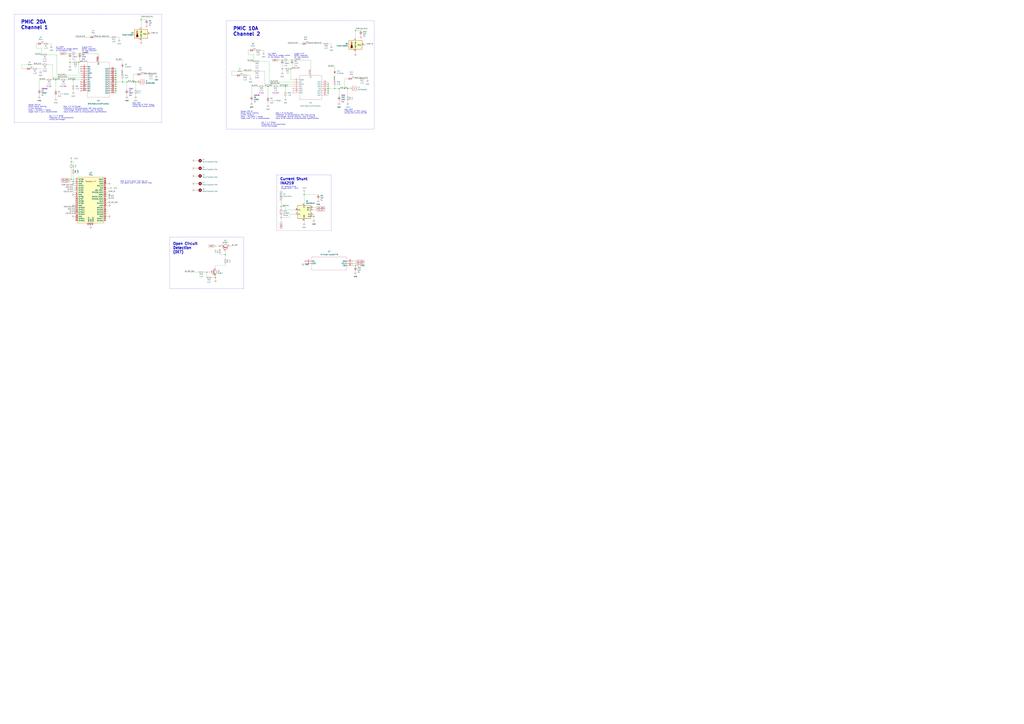
<source format=kicad_sch>
(kicad_sch (version 20211123) (generator eeschema)
  (paper "A0")
  (junction (at 255.27 285.75))
  (junction (at 92.71 62.23))
  (junction (at 163.83 22.86))
  (junction (at 142.24 95.25))
  (junction (at 91.44 72.39))
  (junction (at 81.28 62.23))
  (junction (at 134.62 102.87))
  (junction (at 327.66 69.85))
  (junction (at 134.62 97.79))
  (junction (at 48.26 63.5))
  (junction (at 381 107.95))
  (junction (at 388.62 102.87))
  (junction (at 81.28 72.39))
  (junction (at 412.75 35.56))
  (junction (at 250.19 322.58))
  (junction (at 85.09 210.82))
  (junction (at 311.15 100.33))
  (junction (at 82.55 187.96))
  (junction (at 326.39 240.03))
  (junction (at 157.48 95.25))
  (junction (at 154.94 95.25))
  (junction (at 134.62 90.17))
  (junction (at 134.62 92.71))
  (junction (at 64.77 92.71))
  (junction (at 364.49 251.46))
  (junction (at 381 102.87))
  (junction (at 134.62 95.25))
  (junction (at 85.09 92.71))
  (junction (at 400.05 102.87))
  (junction (at 381 97.79))
  (junction (at 393.7 102.87))
  (junction (at 134.62 85.09))
  (junction (at 134.62 100.33))
  (junction (at 339.09 69.85))
  (junction (at 337.82 80.01))
  (junction (at 381 100.33))
  (junction (at 134.62 82.55))
  (junction (at 147.32 95.25))
  (junction (at 403.86 102.87))
  (junction (at 82.55 208.28))
  (junction (at 331.47 100.33))
  (junction (at 261.62 295.91))
  (junction (at 412.75 308.61))
  (junction (at 381 105.41))
  (junction (at 353.06 226.06))
  (junction (at 134.62 87.63))
  (junction (at 240.03 316.23))
  (junction (at 134.62 105.41))
  (junction (at 326.39 252.73))
  (junction (at 327.66 80.01))
  (junction (at 294.64 71.12))
  (wire (pts (xy 93.98 85.09) (xy 91.44 85.09)))
  (wire (pts (xy 250.19 322.58) (xy 250.19 325.12)))
  (wire (pts (xy 123.19 243.84) (xy 125.73 243.84)))
  (wire (pts (xy 426.72 92.71) (xy 426.72 91.44)))
  (wire (pts (xy 261.62 295.91) (xy 261.62 300.99)))
  (wire (pts (xy 66.04 63.5) (xy 66.04 87.63)))
  (wire (pts (xy 82.55 195.58) (xy 82.55 208.28)))
  (wire (pts (xy 292.1 100.33) (xy 300.99 100.33)))
  (wire (pts (xy 419.1 41.91) (xy 419.1 40.64)))
  (wire (pts (xy 82.55 208.28) (xy 87.63 208.28)))
  (wire (pts (xy 86.36 238.76) (xy 87.63 238.76)))
  (wire (pts (xy 82.55 185.42) (xy 82.55 187.96)))
  (wire (pts (xy 300.99 71.12) (xy 312.42 71.12)))
  (wire (pts (xy 226.06 195.58) (xy 228.6 195.58)))
  (wire (pts (xy 86.36 226.06) (xy 87.63 226.06)))
  (wire (pts (xy 110.49 43.18) (xy 129.54 43.18)))
  (wire (pts (xy 60.96 74.93) (xy 54.61 74.93)))
  (wire (pts (xy 388.62 86.36) (xy 388.62 93.98)))
  (wire (pts (xy 134.62 80.01) (xy 134.62 82.55)))
  (wire (pts (xy 323.85 69.85) (xy 327.66 69.85)))
  (wire (pts (xy 363.22 248.92) (xy 364.49 248.92)))
  (wire (pts (xy 312.42 95.25) (xy 340.36 95.25)))
  (wire (pts (xy 381 77.47) (xy 388.62 77.47)))
  (wire (pts (xy 240.03 316.23) (xy 240.03 322.58)))
  (wire (pts (xy 388.62 99.06) (xy 388.62 102.87)))
  (wire (pts (xy 307.34 82.55) (xy 300.99 82.55)))
  (polyline (pts (xy 283.21 275.59) (xy 196.85 275.59)))
  (wire (pts (xy 163.83 20.32) (xy 163.83 22.86)))
  (wire (pts (xy 48.26 63.5) (xy 49.53 63.5)))
  (wire (pts (xy 290.83 90.17) (xy 290.83 87.63)))
  (wire (pts (xy 134.62 82.55) (xy 134.62 85.09)))
  (wire (pts (xy 41.91 50.8) (xy 41.91 55.88)))
  (wire (pts (xy 85.09 196.85) (xy 85.09 187.96)))
  (wire (pts (xy 292.1 111.76) (xy 292.1 100.33)))
  (wire (pts (xy 134.62 95.25) (xy 134.62 97.79)))
  (wire (pts (xy 311.15 119.38) (xy 311.15 121.92)))
  (wire (pts (xy 123.19 228.6) (xy 125.73 228.6)))
  (wire (pts (xy 45.72 92.71) (xy 54.61 92.71)))
  (wire (pts (xy 306.07 60.96) (xy 306.07 58.42)))
  (wire (pts (xy 256.54 285.75) (xy 255.27 285.75)))
  (wire (pts (xy 288.29 58.42) (xy 288.29 63.5)))
  (wire (pts (xy 64.77 92.71) (xy 71.12 92.71)))
  (polyline (pts (xy 434.34 149.86) (xy 434.34 24.13)))
  (wire (pts (xy 60.96 90.17) (xy 60.96 74.93)))
  (wire (pts (xy 393.7 116.84) (xy 393.7 119.38)))
  (wire (pts (xy 154.94 95.25) (xy 157.48 95.25)))
  (wire (pts (xy 287.02 71.12) (xy 294.64 71.12)))
  (wire (pts (xy 163.83 46.99) (xy 163.83 48.26)))
  (polyline (pts (xy 187.96 142.24) (xy 187.96 16.51)))
  (wire (pts (xy 403.86 102.87) (xy 403.86 111.76)))
  (wire (pts (xy 331.47 243.84) (xy 331.47 240.03)))
  (wire (pts (xy 292.1 116.84) (xy 292.1 119.38)))
  (wire (pts (xy 54.61 63.5) (xy 66.04 63.5)))
  (wire (pts (xy 327.66 69.85) (xy 339.09 69.85)))
  (wire (pts (xy 86.36 213.36) (xy 87.63 213.36)))
  (wire (pts (xy 295.91 58.42) (xy 297.18 58.42)))
  (polyline (pts (xy 384.81 267.97) (xy 384.81 203.2)))
  (wire (pts (xy 45.72 109.22) (xy 45.72 111.76)))
  (wire (pts (xy 240.03 316.23) (xy 242.57 316.23)))
  (wire (pts (xy 422.91 52.07) (xy 425.45 52.07)))
  (wire (pts (xy 181.61 86.36) (xy 177.8 86.36)))
  (polyline (pts (xy 321.31 203.2) (xy 321.31 267.97)))
  (wire (pts (xy 336.55 80.01) (xy 337.82 80.01)))
  (wire (pts (xy 123.19 231.14) (xy 125.73 231.14)))
  (wire (pts (xy 353.06 226.06) (xy 369.57 226.06)))
  (wire (pts (xy 36.83 80.01) (xy 38.1 80.01)))
  (wire (pts (xy 45.72 104.14) (xy 45.72 92.71)))
  (wire (pts (xy 86.36 251.46) (xy 87.63 251.46)))
  (wire (pts (xy 261.62 306.07) (xy 261.62 308.61)))
  (polyline (pts (xy 321.31 267.97) (xy 384.81 267.97)))
  (wire (pts (xy 294.64 71.12) (xy 295.91 71.12)))
  (wire (pts (xy 157.48 95.25) (xy 158.75 95.25)))
  (wire (pts (xy 410.21 303.53) (xy 412.75 303.53)))
  (polyline (pts (xy 187.96 16.51) (xy 16.51 16.51)))
  (wire (pts (xy 134.62 43.18) (xy 138.43 43.18)))
  (wire (pts (xy 142.24 69.85) (xy 142.24 73.66)))
  (wire (pts (xy 92.71 67.31) (xy 92.71 72.39)))
  (wire (pts (xy 236.22 316.23) (xy 240.03 316.23)))
  (wire (pts (xy 381 100.33) (xy 381 102.87)))
  (wire (pts (xy 93.98 90.17) (xy 60.96 90.17)))
  (wire (pts (xy 266.7 285.75) (xy 269.24 285.75)))
  (wire (pts (xy 157.48 95.25) (xy 157.48 104.14)))
  (wire (pts (xy 81.28 62.23) (xy 92.71 62.23)))
  (wire (pts (xy 46.99 82.55) (xy 46.99 80.01)))
  (wire (pts (xy 123.19 236.22) (xy 125.73 236.22)))
  (wire (pts (xy 353.06 256.54) (xy 353.06 259.08)))
  (wire (pts (xy 337.82 80.01) (xy 337.82 92.71)))
  (wire (pts (xy 327.66 80.01) (xy 327.66 83.82)))
  (wire (pts (xy 288.29 63.5) (xy 294.64 63.5)))
  (wire (pts (xy 59.69 92.71) (xy 64.77 92.71)))
  (wire (pts (xy 364.49 248.92) (xy 364.49 251.46)))
  (wire (pts (xy 381 95.25) (xy 381 97.79)))
  (wire (pts (xy 363.22 251.46) (xy 364.49 251.46)))
  (wire (pts (xy 255.27 295.91) (xy 261.62 295.91)))
  (wire (pts (xy 381 50.8) (xy 384.81 50.8)))
  (wire (pts (xy 381 97.79) (xy 381 100.33)))
  (wire (pts (xy 138.43 45.72) (xy 138.43 43.18)))
  (wire (pts (xy 400.05 91.44) (xy 400.05 102.87)))
  (wire (pts (xy 85.09 92.71) (xy 85.09 99.06)))
  (wire (pts (xy 92.71 62.23) (xy 114.3 62.23)))
  (wire (pts (xy 363.22 241.3) (xy 367.03 241.3)))
  (polyline (pts (xy 16.51 142.24) (xy 187.96 142.24)))
  (wire (pts (xy 64.77 92.71) (xy 64.77 104.14)))
  (wire (pts (xy 410.21 306.07) (xy 412.75 306.07)))
  (wire (pts (xy 353.06 223.52) (xy 353.06 226.06)))
  (wire (pts (xy 142.24 95.25) (xy 134.62 95.25)))
  (wire (pts (xy 90.17 72.39) (xy 91.44 72.39)))
  (wire (pts (xy 76.2 92.71) (xy 85.09 92.71)))
  (wire (pts (xy 134.62 90.17) (xy 134.62 92.71)))
  (wire (pts (xy 322.58 100.33) (xy 331.47 100.33)))
  (wire (pts (xy 400.05 102.87) (xy 403.86 102.87)))
  (wire (pts (xy 85.09 228.6) (xy 87.63 228.6)))
  (wire (pts (xy 123.19 213.36) (xy 125.73 213.36)))
  (wire (pts (xy 337.82 80.01) (xy 339.09 80.01)))
  (wire (pts (xy 59.69 50.8) (xy 55.88 50.8)))
  (wire (pts (xy 280.67 87.63) (xy 281.94 87.63)))
  (wire (pts (xy 245.11 322.58) (xy 250.19 322.58)))
  (polyline (pts (xy 262.89 149.86) (xy 434.34 149.86)))
  (wire (pts (xy 170.18 29.21) (xy 170.18 27.94)))
  (wire (pts (xy 342.9 243.84) (xy 331.47 243.84)))
  (polyline (pts (xy 196.85 275.59) (xy 196.85 335.28)))
  (wire (pts (xy 87.63 43.18) (xy 102.87 43.18)))
  (wire (pts (xy 351.79 306.07) (xy 354.33 306.07)))
  (wire (pts (xy 388.62 102.87) (xy 381 102.87)))
  (wire (pts (xy 85.09 201.93) (xy 85.09 210.82)))
  (wire (pts (xy 326.39 250.19) (xy 326.39 252.73)))
  (wire (pts (xy 250.19 311.15) (xy 250.19 308.61)))
  (wire (pts (xy 85.09 218.44) (xy 87.63 218.44)))
  (wire (pts (xy 85.09 220.98) (xy 87.63 220.98)))
  (wire (pts (xy 381 105.41) (xy 381 107.95)))
  (wire (pts (xy 81.28 72.39) (xy 81.28 76.2)))
  (wire (pts (xy 81.28 72.39) (xy 85.09 72.39)))
  (wire (pts (xy 369.57 231.14) (xy 369.57 232.41)))
  (wire (pts (xy 81.28 67.31) (xy 81.28 72.39)))
  (wire (pts (xy 134.62 85.09) (xy 134.62 87.63)))
  (wire (pts (xy 29.21 80.01) (xy 25.4 80.01)))
  (wire (pts (xy 269.24 82.55) (xy 295.91 82.55)))
  (wire (pts (xy 157.48 109.22) (xy 157.48 111.76)))
  (wire (pts (xy 123.19 248.92) (xy 125.73 248.92)))
  (wire (pts (xy 134.62 105.41) (xy 134.62 107.95)))
  (wire (pts (xy 273.05 87.63) (xy 269.24 87.63)))
  (wire (pts (xy 134.62 87.63) (xy 134.62 90.17)))
  (wire (pts (xy 134.62 97.79) (xy 134.62 100.33)))
  (wire (pts (xy 381 102.87) (xy 381 105.41)))
  (wire (pts (xy 123.19 226.06) (xy 125.73 226.06)))
  (wire (pts (xy 85.09 210.82) (xy 87.63 210.82)))
  (wire (pts (xy 403.86 116.84) (xy 403.86 119.38)))
  (wire (pts (xy 340.36 97.79) (xy 307.34 97.79)))
  (wire (pts (xy 393.7 102.87) (xy 400.05 102.87)))
  (wire (pts (xy 250.19 321.31) (xy 250.19 322.58)))
  (wire (pts (xy 269.24 87.63) (xy 269.24 82.55)))
  (wire (pts (xy 91.44 72.39) (xy 91.44 85.09)))
  (wire (pts (xy 410.21 308.61) (xy 412.75 308.61)))
  (wire (pts (xy 363.22 243.84) (xy 367.03 243.84)))
  (wire (pts (xy 81.28 208.28) (xy 82.55 208.28)))
  (wire (pts (xy 142.24 78.74) (xy 142.24 86.36)))
  (wire (pts (xy 402.59 91.44) (xy 400.05 91.44)))
  (wire (pts (xy 134.62 92.71) (xy 134.62 95.25)))
  (wire (pts (xy 331.47 100.33) (xy 331.47 106.68)))
  (wire (pts (xy 381 107.95) (xy 381 110.49)))
  (wire (pts (xy 41.91 55.88) (xy 48.26 55.88)))
  (wire (pts (xy 388.62 77.47) (xy 388.62 81.28)))
  (wire (pts (xy 294.64 63.5) (xy 294.64 71.12)))
  (wire (pts (xy 331.47 111.76) (xy 331.47 114.3)))
  (wire (pts (xy 25.4 74.93) (xy 49.53 74.93)))
  (wire (pts (xy 93.98 92.71) (xy 85.09 92.71)))
  (wire (pts (xy 311.15 100.33) (xy 317.5 100.33)))
  (wire (pts (xy 312.42 71.12) (xy 312.42 95.25)))
  (wire (pts (xy 326.39 233.68) (xy 326.39 240.03)))
  (polyline (pts (xy 283.21 335.28) (xy 283.21 275.59)))
  (wire (pts (xy 412.75 59.69) (xy 412.75 62.23)))
  (wire (pts (xy 342.9 248.92) (xy 336.55 248.92)))
  (wire (pts (xy 226.06 186.69) (xy 228.6 186.69)))
  (wire (pts (xy 226.06 220.98) (xy 228.6 220.98)))
  (wire (pts (xy 360.68 69.85) (xy 360.68 80.01)))
  (wire (pts (xy 290.83 87.63) (xy 287.02 87.63)))
  (wire (pts (xy 353.06 226.06) (xy 353.06 236.22)))
  (wire (pts (xy 85.09 187.96) (xy 82.55 187.96)))
  (wire (pts (xy 340.36 92.71) (xy 337.82 92.71)))
  (wire (pts (xy 306.07 58.42) (xy 302.26 58.42)))
  (wire (pts (xy 82.55 187.96) (xy 82.55 190.5)))
  (wire (pts (xy 165.1 86.36) (xy 172.72 86.36)))
  (wire (pts (xy 226.06 213.36) (xy 228.6 213.36)))
  (wire (pts (xy 412.75 34.29) (xy 412.75 35.56)))
  (wire (pts (xy 173.99 39.37) (xy 175.26 39.37)))
  (wire (pts (xy 147.32 109.22) (xy 147.32 111.76)))
  (wire (pts (xy 334.01 50.8) (xy 349.25 50.8)))
  (wire (pts (xy 147.32 95.25) (xy 142.24 95.25)))
  (polyline (pts (xy 262.89 24.13) (xy 262.89 149.86)))
  (wire (pts (xy 81.28 210.82) (xy 85.09 210.82)))
  (wire (pts (xy 327.66 80.01) (xy 331.47 80.01)))
  (wire (pts (xy 412.75 308.61) (xy 412.75 309.88)))
  (wire (pts (xy 142.24 91.44) (xy 142.24 95.25)))
  (wire (pts (xy 261.62 293.37) (xy 261.62 295.91)))
  (wire (pts (xy 66.04 87.63) (xy 93.98 87.63)))
  (wire (pts (xy 91.44 72.39) (xy 92.71 72.39)))
  (wire (pts (xy 147.32 104.14) (xy 147.32 95.25)))
  (wire (pts (xy 336.55 252.73) (xy 326.39 252.73)))
  (wire (pts (xy 46.99 80.01) (xy 43.18 80.01)))
  (wire (pts (xy 326.39 252.73) (xy 326.39 257.81)))
  (wire (pts (xy 123.19 246.38) (xy 125.73 246.38)))
  (wire (pts (xy 154.94 86.36) (xy 154.94 95.25)))
  (wire (pts (xy 40.64 63.5) (xy 48.26 63.5)))
  (wire (pts (xy 356.87 50.8) (xy 375.92 50.8)))
  (wire (pts (xy 157.48 86.36) (xy 154.94 86.36)))
  (wire (pts (xy 306.07 100.33) (xy 311.15 100.33)))
  (wire (pts (xy 49.53 50.8) (xy 50.8 50.8)))
  (wire (pts (xy 226.06 204.47) (xy 228.6 204.47)))
  (wire (pts (xy 59.69 53.34) (xy 59.69 50.8)))
  (wire (pts (xy 255.27 294.64) (xy 255.27 295.91)))
  (wire (pts (xy 410.21 91.44) (xy 417.83 91.44)))
  (wire (pts (xy 147.32 95.25) (xy 154.94 95.25)))
  (wire (pts (xy 163.83 22.86) (xy 163.83 31.75)))
  (wire (pts (xy 331.47 240.03) (xy 326.39 240.03)))
  (wire (pts (xy 393.7 111.76) (xy 393.7 102.87)))
  (polyline (pts (xy 16.51 16.51) (xy 16.51 142.24)))
  (wire (pts (xy 307.34 97.79) (xy 307.34 82.55)))
  (wire (pts (xy 134.62 100.33) (xy 134.62 102.87)))
  (wire (pts (xy 85.09 104.14) (xy 85.09 106.68)))
  (wire (pts (xy 364.49 251.46) (xy 364.49 255.27)))
  (wire (pts (xy 393.7 102.87) (xy 388.62 102.87)))
  (wire (pts (xy 64.77 111.76) (xy 64.77 114.3)))
  (wire (pts (xy 412.75 314.96) (xy 412.75 316.23)))
  (wire (pts (xy 114.3 64.77) (xy 114.3 62.23)))
  (wire (pts (xy 426.72 91.44) (xy 422.91 91.44)))
  (wire (pts (xy 412.75 308.61) (xy 414.02 308.61)))
  (wire (pts (xy 250.19 285.75) (xy 255.27 285.75)))
  (wire (pts (xy 340.36 100.33) (xy 331.47 100.33)))
  (wire (pts (xy 336.55 248.92) (xy 336.55 252.73)))
  (wire (pts (xy 326.39 240.03) (xy 326.39 242.57)))
  (wire (pts (xy 327.66 74.93) (xy 327.66 80.01)))
  (wire (pts (xy 384.81 53.34) (xy 384.81 50.8)))
  (wire (pts (xy 181.61 87.63) (xy 181.61 86.36)))
  (wire (pts (xy 85.09 223.52) (xy 87.63 223.52)))
  (polyline (pts (xy 321.31 203.2) (xy 384.81 203.2)))
  (wire (pts (xy 255.27 285.75) (xy 255.27 289.56)))
  (wire (pts (xy 123.19 218.44) (xy 127 218.44)))
  (wire (pts (xy 123.19 223.52) (xy 125.73 223.52)))
  (wire (pts (xy 412.75 35.56) (xy 412.75 44.45)))
  (wire (pts (xy 214.63 316.23) (xy 231.14 316.23)))
  (wire (pts (xy 163.83 22.86) (xy 170.18 22.86)))
  (wire (pts (xy 25.4 80.01) (xy 25.4 74.93)))
  (wire (pts (xy 123.19 251.46) (xy 125.73 251.46)))
  (wire (pts (xy 123.19 238.76) (xy 125.73 238.76)))
  (wire (pts (xy 134.62 69.85) (xy 142.24 69.85)))
  (wire (pts (xy 250.19 308.61) (xy 261.62 308.61)))
  (wire (pts (xy 339.09 69.85) (xy 360.68 69.85)))
  (polyline (pts (xy 196.85 335.28) (xy 283.21 335.28)))
  (wire (pts (xy 48.26 55.88) (xy 48.26 63.5)))
  (wire (pts (xy 77.47 62.23) (xy 81.28 62.23)))
  (wire (pts (xy 134.62 102.87) (xy 134.62 105.41)))
  (wire (pts (xy 412.75 35.56) (xy 419.1 35.56)))
  (wire (pts (xy 85.09 215.9) (xy 87.63 215.9)))
  (polyline (pts (xy 434.34 24.13) (xy 262.89 24.13)))
  (wire (pts (xy 339.09 74.93) (xy 339.09 80.01)))
  (wire (pts (xy 311.15 100.33) (xy 311.15 111.76)))
  (wire (pts (xy 403.86 102.87) (xy 405.13 102.87)))
  (wire (pts (xy 105.41 261.62) (xy 105.41 262.89)))
  (text "R_{ADC} 4.7k & R_{IS_PROT}\nProtection of microcontroller ADC input during\n Overvoltage, Reverse Polarity, Loss of Ground\nValue to be tuned to microcontroller specifications" (at 73.66 130.81 0) (effects (font (size 1.27 1.27)) (justify left bottom)))
  (text "C_{SENSE} 220 pF\nSense signal filtering\nA time constant\n(R_{ADC} + R_{IS_PROT}) * C_{SENSE}\nlonger than 1 µs is recommended" (at 33.02 130.81 0) (effects (font (size 1.27 1.27)) (justify left bottom)))
  (text "PMIC 10A\nChannel 2" (at 270.51 41.91 0) (effects (font (size 4 4) (thickness 0.8) bold) (justify left bottom)))
  (text "C_{vs} 100nF \nFiltering of voltage spikes\non the battery line" (at 311.15 67.31 0) (effects (font (size 1.27 1.27)) (justify left bottom)))
  (text "C_{vsGND} 47nF\nBuffer capacitor\nfor fast transient" (at 95.25 59.69 0) (effects (font (size 1.27 1.27)) (justify left bottom)))
  (text "I^{2}C Address: 0x40\nRange: 0x40 - 0x4F" (at 326.39 219.71 0) (effects (font (size 1.27 1.27)) (justify left bottom)))
  (text "D_{Z1} 7 V Z-Diode\nProtection of microcontroller\nduring Overvoltage" (at 57.15 139.7 0) (effects (font (size 1.27 1.27)) (justify left bottom)))
  (text "Open Circuit\nDetection\n(DET)" (at 200.66 294.64 0) (effects (font (size 3 3) (thickness 0.6) bold) (justify left bottom)))
  (text "C_{vsGND} 47nF\nBuffer capacitor\nfor fast transient" (at 341.63 67.31 0) (effects (font (size 1.27 1.27)) (justify left bottom)))
  (text "C_{SENSE} 220 pF\nSense signal filtering\nA time constant\n(R_{ADC} + R_{IS_PROT}) * C_{SENSE}\nlonger than 1 µs is recommended" (at 279.4 138.43 0) (effects (font (size 1.27 1.27)) (justify left bottom)))
  (text "D_{Z1} 7 V Z-Diode\nProtection of microcontroller\nduring Overvoltage" (at 303.53 147.32 0) (effects (font (size 1.27 1.27)) (justify left bottom)))
  (text "C_{OUT} 10nF\nProtection of PMIC output\nduring ESD events and BCI" (at 400.05 132.08 0) (effects (font (size 1.27 1.27)) (justify left bottom)))
  (text "Current Shunt\nINA219" (at 325.12 214.63 0) (effects (font (size 3 3) (thickness 0.6) bold) (justify left bottom)))
  (text "C_{OUT} 10nF\nProtection of PMIC output\nduring ESD events and BCI" (at 153.67 124.46 0) (effects (font (size 1.27 1.27)) (justify left bottom)))
  (text "R_{ADC} 4.7k & R_{IS_PROT}\nProtection of microcontroller ADC input during\n Overvoltage, Reverse Polarity, Loss of Ground\nValue to be tuned to microcontroller specifications" (at 320.04 138.43 0) (effects (font (size 1.27 1.27)) (justify left bottom)))
  (text "Safe to bum power from the rpi.\nJust gotta keep it under 300ma hoss" (at 139.7 213.36 0) (effects (font (size 1.27 1.27)) (justify left bottom)))
  (text "C_{vs} 100nF \nFiltering of voltage spikes\non the battery line" (at 64.77 59.69 0) (effects (font (size 1.27 1.27)) (justify left bottom)))
  (text "PMIC 20A\nChannel 1" (at 24.13 34.29 0) (effects (font (size 4 4) (thickness 0.8) bold) (justify left bottom)))
  (label "LED_ST_CH2" (at 334.01 50.8 0))
  (label "IN_CH1" (at 85.09 220.98 180))
  (label "IS_CH1" (at 45.72 92.71 0))
  (label "DEN_R_CH2" (at 313.69 97.79 0))
  (label "IN_R_CH1" (at 67.31 87.63 0))
  (label "LED_ST_GND_CH2" (at 356.87 50.8 0))
  (label "PWR_LED_K_CH1" (at 166.37 86.36 0))
  (label "LED_ST_CH1" (at 85.09 223.52 180))
  (label "IS_CH1" (at 125.73 228.6 0))
  (label "DEN_CH1" (at 39.37 74.93 0))
  (label "DEN_CH2" (at 283.21 82.55 0))
  (label "IN_CH2" (at 287.02 71.12 0))
  (label "OL_DET_CH1" (at 142.24 86.36 90) (effects (font (size 0.55 0.55))))
  (label "TEMP_SIG_CH1" (at 85.09 215.9 180))
  (label "IS_T_CH2" (at 307.34 100.33 0))
  (label "IS_R_CH2" (at 325.12 100.33 0))
  (label "IN_R_CH2" (at 313.69 95.25 0))
  (label "LED_ST_CH1" (at 87.63 43.18 0))
  (label "GND_CH2" (at 339.09 80.01 0))
  (label "IS_CH2" (at 292.1 100.33 0))
  (label "IS_R_CH1" (at 78.74 92.71 0))
  (label "TEMP_IN" (at 175.26 39.37 0))
  (label "OUT_CH2" (at 394.97 102.87 0))
  (label "OL_DET_SIG" (at 214.63 316.23 0))
  (label "TEMP_SIG_CH1" (at 163.83 20.32 0))
  (label "TEMP_IN" (at 125.73 223.52 0))
  (label "TEMP_IN" (at 425.45 52.07 0))
  (label "DEN_CH1" (at 85.09 218.44 180))
  (label "OUT_CH1" (at 148.59 95.25 0))
  (label "OL_DET" (at 269.24 285.75 0))
  (label "VBATTIN" (at 327.66 240.03 0))
  (label "OL_DET_SIG" (at 125.73 236.22 0))
  (label "LED_ST_CH2" (at 87.63 248.92 180))
  (label "PWR_LED_K_CH2" (at 411.48 91.44 0))
  (label "OL_DET_CH9" (at 388.62 93.98 90) (effects (font (size 0.55 0.55))))
  (label "GND_CH1" (at 92.71 72.39 0))
  (label "DEN_CH2" (at 87.63 243.84 180))
  (label "DEN_R_CH1" (at 67.31 90.17 0))
  (label "IS_T_CH1" (at 60.96 92.71 0))
  (label "IN_CH2" (at 87.63 246.38 180))
  (label "IS_CH2" (at 125.73 231.14 0))
  (label "OL_DET" (at 381 77.47 0))
  (label "OL_DET" (at 134.62 69.85 0))
  (label "TEMP_SIG_CH2" (at 87.63 241.3 180))
  (label "LED_ST_GND_CH1" (at 110.49 43.18 0))
  (label "IN_CH1" (at 40.64 63.5 0))
  (label "TEMP_SIG_CH2" (at 412.75 34.29 0))
  (global_label "I2C_SDA" (shape input) (at 412.75 303.53 0) (property "Intersheet References" "${INTERSHEET_REFS}" (effects hide)))
  (global_label "I2C_SCL" (shape input) (at 81.28 210.82 180) (property "Intersheet References" "${INTERSHEET_REFS}" (effects hide)))
  (global_label "I2C_SDA" (shape input) (at 367.03 241.3 0) (property "Intersheet References" "${INTERSHEET_REFS}" (effects hide)))
  (global_label "VBATT" (shape input) (at 323.85 69.85 180) (property "Intersheet References" "${INTERSHEET_REFS}" (effects hide)))
  (global_label "I2C_SDA" (shape input) (at 81.28 208.28 180) (property "Intersheet References" "${INTERSHEET_REFS}" (effects hide)))
  (global_label "VBATT" (shape input) (at 250.19 285.75 180) (property "Intersheet References" "${INTERSHEET_REFS}" (effects hide)))
  (global_label "I2C_SCL" (shape input) (at 412.75 306.07 0) (property "Intersheet References" "${INTERSHEET_REFS}" (effects hide)))
  (global_label "VBATT" (shape input) (at 77.47 62.23 180) (property "Intersheet References" "${INTERSHEET_REFS}" (effects hide)))
  (global_label "I2C_SCL" (shape input) (at 367.03 243.84 0) (property "Intersheet References" "${INTERSHEET_REFS}" (effects hide)))
  (global_label "VBATT" (shape input) (at 326.39 257.81 270) (property "Intersheet References" "${INTERSHEET_REFS}" (effects hide)))
  (symbol (lib_id "power:GND") (at 86.36 213.36 270) (unit 1)
    (property "Reference" "#PWR0126" (effects hide))
    (property "Value" "GND" (effects hide))
  )
  (symbol (lib_id "Device:R_Small") (at 299.72 58.42 90) (unit 1)
    (property "Reference" "R22" (at 299.72 60.96 90))
    (property "Value" "1.2k" (at 299.72 63.5 90))
    (property "Footprint" "Resistor_SMD:R_0603_1608Metric" (effects hide))
  )
  (symbol (lib_id "Device:LED") (at 292.1 58.42 180) (unit 1)
    (property "Reference" "D8" (at 293.6875 50.8 0))
    (property "Value" "Blue" (at 293.6875 53.34 0))
    (property "Footprint" "LED_SMD:LED_0603_1608Metric" (effects hide))
  )
  (symbol (lib_id "Device:R_Small") (at 331.47 109.22 0) (unit 1)
    (property "Reference" "R26" (at 334.01 107.9499 0) (effects (justify left)))
    (property "Value" "1.2k" (at 334.01 110.4899 0) (effects (justify left)))
    (property "Footprint" "Resistor_SMD:R_0603_1608Metric" (effects hide))
  )
  (symbol (lib_id "Mechanical:MountingHole_Pad") (at 231.14 213.36 270) (unit 1)
    (property "Reference" "H4" (at 234.95 212.0899 90) (effects (justify left)))
    (property "Value" "MountingHole_Pad" (at 234.95 214.6299 90) (effects (justify left)))
    (property "Footprint" "MountingHole:MountingHole_4.3mm_M4_Pad_TopBottom" (effects hide))
  )
  (symbol (lib_id "power:GND") (at 181.61 87.63 0) (unit 1)
    (property "Reference" "#PWR0112" (effects hide))
    (property "Value" "GND" (at 181.61 92.71 0))
  )
  (symbol (lib_id "Device:C_Small") (at 81.28 64.77 0) (unit 1)
    (property "Reference" "C2" (at 83.82 63.5062 0) (effects (justify left)))
    (property "Value" "100nF" (at 83.82 66.0462 0) (effects (justify left)))
    (property "Footprint" "Capacitor_SMD:C_0603_1608Metric" (effects hide))
    (property "Voltage" "14v" (at 83.82 68.58 0) (effects (justify left)))
    (property "Name" "Cvs" (at 83.82 60.96 0) (effects (justify left)))
  )
  (symbol (lib_id "power:GND") (at 327.66 83.82 0) (unit 1)
    (property "Reference" "#PWR0143" (effects hide))
    (property "Value" "GND" (at 327.66 88.9 0))
  )
  (symbol (lib_id "Device:R_Small") (at 334.01 80.01 90) (unit 1)
    (property "Reference" "R27" (at 334.01 82.55 90))
    (property "Value" "47" (at 334.01 85.09 90))
    (property "Footprint" "Resistor_SMD:R_0603_1608Metric" (effects hide))
  )
  (symbol (lib_id "GitHub:Pico") (at 105.41 232.41 0) (unit 1)
    (property "Reference" "U2" (at 105.41 200.66 0))
    (property "Value" "Pico" (at 105.41 203.2 0))
    (property "Footprint" "Library:RPi_Pico_SMD_TH" (effects hide))
  )
  (symbol (lib_id "Device:R_Small") (at 53.34 50.8 90) (unit 1)
    (property "Reference" "R4" (at 53.34 53.34 90))
    (property "Value" "1.2k" (at 53.34 55.88 90))
    (property "Footprint" "Resistor_SMD:R_0603_1608Metric" (effects hide))
  )
  (symbol (lib_id "Device:C_Small") (at 292.1 114.3 0) (unit 1)
    (property "Reference" "C6" (at 294.64 113.0362 0) (effects (justify left)))
    (property "Value" "220pF" (at 294.64 115.5762 0) (effects (justify left)))
    (property "Footprint" "Capacitor_SMD:C_0603_1608Metric" (effects hide))
    (property "Voltage" "7v" (at 294.64 118.11 0) (effects (justify left)))
    (property "Name" "Csense" (at 294.64 110.49 0) (effects (justify left)))
  )
  (symbol (lib_id "power:GND") (at 311.15 121.92 0) (unit 1)
    (property "Reference" "#PWR0106" (effects hide))
    (property "Value" "GND" (at 311.15 127 0))
  )
  (symbol (lib_id "power:GND") (at 46.99 82.55 0) (unit 1)
    (property "Reference" "#PWR0123" (effects hide))
    (property "Value" "GND" (at 46.99 87.63 0))
  )
  (symbol (lib_id "Device:R_Small") (at 320.04 100.33 90) (unit 1)
    (property "Reference" "R24" (at 320.04 102.87 90))
    (property "Value" "4.7k" (at 320.04 105.41 90))
    (property "Footprint" "Resistor_SMD:R_0603_1608Metric" (effects hide))
    (property "Name" "R_IS_PROT" (at 320.04 107.95 90) (effects (font (size 1 1))))
  )
  (symbol (lib_id "Device:R") (at 326.39 246.38 0) (unit 1)
    (property "Reference" "R25" (at 328.93 245.1099 0) (effects (justify left)))
    (property "Value" "0.0003" (at 328.93 247.6499 0) (effects (justify left)))
    (property "Footprint" "Library:5930" (effects hide))
    (property "Name" "Shunt" (at 328.93 250.19 0) (effects (justify left)))
  )
  (symbol (lib_id "Device:C_Small") (at 393.7 114.3 0) (unit 1)
    (property "Reference" "C10" (at 396.24 113.0362 0) (effects (justify left)))
    (property "Value" "10nF" (at 396.24 115.5762 0) (effects (justify left)))
    (property "Footprint" "Capacitor_SMD:C_0603_1608Metric" (effects hide))
    (property "Voltage" "14v" (at 396.24 118.11 0) (effects (justify left)))
    (property "Name" "Cout" (at 396.24 110.49 0) (effects (justify left)))
  )
  (symbol (lib_id "power:GND") (at 157.48 111.76 0) (unit 1)
    (property "Reference" "#PWR0111" (effects hide))
    (property "Value" "GND" (at 157.48 116.84 0))
  )
  (symbol (lib_id "power:GND") (at 384.81 53.34 0) (unit 1)
    (property "Reference" "#PWR0101" (effects hide))
    (property "Value" "GND" (at 384.81 58.42 0))
  )
  (symbol (lib_id "Device:C_Small") (at 92.71 64.77 0) (unit 1)
    (property "Reference" "C3" (at 95.25 63.5062 0) (effects (justify left)))
    (property "Value" "47nF" (at 95.25 66.0462 0) (effects (justify left)))
    (property "Footprint" "Capacitor_SMD:C_0603_1608Metric" (effects hide))
    (property "Voltage" "14v" (at 95.25 68.58 0) (effects (justify left)))
    (property "Name" "CvsGND" (at 95.25 60.96 0) (effects (justify left)))
  )
  (symbol (lib_id "Device:C_Small") (at 412.75 312.42 0) (unit 1)
    (property "Reference" "C11" (at 415.29 311.1562 0) (effects (justify left)))
    (property "Value" "1uF" (at 415.29 313.6962 0) (effects (justify left)))
    (property "Footprint" "Capacitor_SMD:C_0603_1608Metric" (effects hide))
    (property "Voltage" "7v" (at 415.29 316.23 0) (effects (justify left)))
  )
  (symbol (lib_id "power:GND") (at 81.28 76.2 0) (unit 1)
    (property "Reference" "#PWR0121" (effects hide))
    (property "Value" "GND" (at 81.28 81.28 0))
  )
  (symbol (lib_id "power:GND") (at 419.1 41.91 0) (unit 1)
    (property "Reference" "#PWR0102" (effects hide))
    (property "Value" "GND" (effects hide))
  )
  (symbol (lib_id "Device:LED") (at 353.06 50.8 180) (unit 1)
    (property "Reference" "D10" (at 354.6475 43.18 0))
    (property "Value" "Red" (at 354.6475 45.72 0))
    (property "Footprint" "LED_SMD:LED_0603_1608Metric" (effects hide))
  )
  (symbol (lib_id "power:GND") (at 351.79 306.07 0) (unit 1)
    (property "Reference" "#PWR0138" (effects hide))
    (property "Value" "GND" (at 354.33 307.3399 0) (effects (justify left)))
  )
  (symbol (lib_id "power:GND") (at 364.49 255.27 0) (unit 1)
    (property "Reference" "#PWR0134" (effects hide))
    (property "Value" "GND" (at 364.49 260.35 0))
  )
  (symbol (lib_id "Device:R_Small") (at 40.64 80.01 90) (unit 1)
    (property "Reference" "R1" (at 40.64 82.55 90))
    (property "Value" "1.2k" (at 40.64 85.09 90))
    (property "Footprint" "Resistor_SMD:R_0603_1608Metric" (effects hide))
  )
  (symbol (lib_id "GitHub:197054001") (at 165.1 93.98 180) (unit 1)
    (property "Reference" "J1" (at 168.91 93.9799 0) (effects (justify right)))
    (property "Value" "197054001" (at 168.91 96.5199 0) (effects (justify right)))
    (property "Footprint" "Library:197054001" (effects hide))
  )
  (symbol (lib_id "Device:C_Small") (at 147.32 106.68 0) (unit 1)
    (property "Reference" "C4" (at 149.86 105.4162 0) (effects (justify left)))
    (property "Value" "10nF" (at 149.86 107.9562 0) (effects (justify left)))
    (property "Footprint" "Capacitor_SMD:C_0603_1608Metric" (effects hide))
    (property "Voltage" "14v" (at 149.86 110.49 0) (effects (justify left)))
    (property "Name" "Cout" (at 149.86 102.87 0) (effects (justify left)))
  )
  (symbol (lib_id "Device:LED") (at 406.4 91.44 180) (unit 1)
    (property "Reference" "D12" (at 407.9875 83.82 0))
    (property "Value" "Red" (at 407.9875 86.36 0))
    (property "Footprint" "LED_SMD:LED_0603_1608Metric" (effects hide))
  )
  (symbol (lib_id "power:GND") (at 147.32 111.76 0) (unit 1)
    (property "Reference" "#PWR0110" (effects hide))
    (property "Value" "GND" (at 147.32 116.84 0))
  )
  (symbol (lib_id "Device:R_Small") (at 298.45 82.55 90) (unit 1)
    (property "Reference" "R21" (at 298.45 85.09 90))
    (property "Value" "4.7k" (at 298.45 87.63 90))
    (property "Footprint" "Resistor_SMD:R_0603_1608Metric" (effects hide))
    (property "Name" "R_DEN" (at 298.45 90.17 90) (effects (font (size 1 1))))
  )
  (symbol (lib_id "GitHub:6mm_hole") (at 328.93 229.87 90) (unit 1)
    (property "Reference" "U4" (at 328.93 225.4249 90) (effects (justify right)))
    (property "Value" "6mm_hole" (at 328.93 227.9649 90) (effects (justify right)))
    (property "Footprint" "Library:197054001" (effects hide))
  )
  (symbol (lib_id "Device:LED") (at 106.68 43.18 180) (unit 1)
    (property "Reference" "D4" (at 108.2675 35.56 0))
    (property "Value" "Red" (at 108.2675 38.1 0))
    (property "Footprint" "LED_SMD:LED_0603_1608Metric" (effects hide))
  )
  (symbol (lib_id "power:+3V3") (at 82.55 185.42 0) (unit 1)
    (property "Reference" "#PWR0124" (effects hide))
    (property "Value" "+3V3" (at 85.09 184.1499 0) (effects (justify left)))
  )
  (symbol (lib_id "Device:R_Small") (at 142.24 88.9 0) (unit 1)
    (property "Reference" "R12" (at 144.78 87.6299 0) (effects (justify left)))
    (property "Value" "1.2k" (at 144.78 90.1699 0) (effects (justify left)))
    (property "Footprint" "Resistor_SMD:R_0603_1608Metric" (effects hide))
  )
  (symbol (lib_id "Sensor_Temperature:TC1047xNB") (at 163.83 39.37 0) (unit 1)
    (property "Reference" "U3" (at 154.94 38.0999 0) (effects (justify right)))
    (property "Value" "TC1047VNBTR" (at 154.94 40.6399 0) (effects (justify right)))
    (property "Footprint" "Package_TO_SOT_SMD:SOT-23" (effects hide))
    (property "Datasheet" "http://ww1.microchip.com/downloads/en/DeviceDoc/21498D.pdf" (effects hide))
  )
  (symbol (lib_id "power:GND") (at 226.06 220.98 270) (unit 1)
    (property "Reference" "#PWR0148" (effects hide))
    (property "Value" "GND" (effects hide))
  )
  (symbol (lib_id "power:GND") (at 369.57 232.41 0) (unit 1)
    (property "Reference" "#PWR0139" (effects hide))
    (property "Value" "GND" (at 369.57 237.49 0))
  )
  (symbol (lib_id "power:GND") (at 226.06 186.69 270) (unit 1)
    (property "Reference" "#PWR0145" (effects hide))
    (property "Value" "GND" (effects hide))
  )
  (symbol (lib_id "power:GND") (at 86.36 238.76 270) (unit 1)
    (property "Reference" "#PWR0127" (effects hide))
    (property "Value" "GND" (effects hide))
  )
  (symbol (lib_id "power:GND") (at 290.83 90.17 0) (unit 1)
    (property "Reference" "#PWR0141" (effects hide))
    (property "Value" "GND" (at 290.83 95.25 0))
  )
  (symbol (lib_id "Device:C_Small") (at 327.66 72.39 0) (unit 1)
    (property "Reference" "C7" (at 330.2 71.1262 0) (effects (justify left)))
    (property "Value" "100nF" (at 330.2 73.6662 0) (effects (justify left)))
    (property "Footprint" "Capacitor_SMD:C_0603_1608Metric" (effects hide))
    (property "Voltage" "14v" (at 330.2 76.2 0) (effects (justify left)))
    (property "Name" "Cvs" (at 330.2 68.58 0) (effects (justify left)))
  )
  (symbol (lib_id "Device:R_Small") (at 303.53 100.33 90) (unit 1)
    (property "Reference" "R23" (at 303.53 102.87 90))
    (property "Value" "4.7k" (at 303.53 105.41 90))
    (property "Footprint" "Resistor_SMD:R_0603_1608Metric" (effects hide))
    (property "Name" "R_ADC" (at 303.53 107.95 90))
  )
  (symbol (lib_id "Transistor_BJT:BC817") (at 247.65 316.23 0) (unit 1)
    (property "Reference" "Q1" (at 252.73 314.9599 0) (effects (justify left)))
    (property "Value" "BC817" (at 252.73 317.4999 0) (effects (justify left)))
    (property "Footprint" "Package_TO_SOT_SMD:SOT-23" (effects hide))
    (property "Datasheet" "https://www.onsemi.com/pub/Collateral/BC818-D.pdf" (effects hide))
  )
  (symbol (lib_id "Device:R_Small") (at 52.07 63.5 90) (unit 1)
    (property "Reference" "R2" (at 52.07 66.04 90))
    (property "Value" "4.7k" (at 52.07 68.58 90))
    (property "Footprint" "Resistor_SMD:R_0603_1608Metric" (effects hide))
    (property "Name" "R_IN" (at 52.07 71.12 90) (effects (font (size 1 1))))
  )
  (symbol (lib_id "power:GND") (at 306.07 60.96 0) (unit 1)
    (property "Reference" "#PWR0104" (effects hide))
    (property "Value" "GND" (at 306.07 66.04 0))
  )
  (symbol (lib_id "Device:R_Small") (at 261.62 303.53 180) (unit 1)
    (property "Reference" "R18" (at 264.16 303.53 90))
    (property "Value" "1.2k" (at 266.7 303.53 90))
    (property "Footprint" "Resistor_SMD:R_0603_1608Metric" (effects hide))
  )
  (symbol (lib_id "power:GND") (at 125.73 251.46 90) (unit 1)
    (property "Reference" "#PWR0113" (effects hide))
    (property "Value" "GND" (effects hide))
  )
  (symbol (lib_id "power:+3V3") (at 353.06 223.52 0) (unit 1)
    (property "Reference" "#PWR0140" (effects hide))
    (property "Value" "+3V3" (at 353.06 218.44 0))
  )
  (symbol (lib_id "power:GND") (at 426.72 92.71 0) (unit 1)
    (property "Reference" "#PWR0105" (effects hide))
    (property "Value" "GND" (at 426.72 97.79 0))
  )
  (symbol (lib_id "power:+3V3") (at 414.02 308.61 270) (unit 1)
    (property "Reference" "#PWR0137" (effects hide))
    (property "Value" "+3V3" (at 417.83 308.6099 90) (effects (justify left)))
  )
  (symbol (lib_id "Device:R_Small") (at 73.66 92.71 90) (unit 1)
    (property "Reference" "R6" (at 73.66 95.25 90))
    (property "Value" "4.7k" (at 73.66 97.79 90))
    (property "Footprint" "Resistor_SMD:R_0603_1608Metric" (effects hide))
    (property "Name" "R_IS_PROT" (at 73.66 100.33 90) (effects (font (size 1 1))))
  )
  (symbol (lib_id "power:GND") (at 226.06 195.58 270) (unit 1)
    (property "Reference" "#PWR0146" (effects hide))
    (property "Value" "GND" (effects hide))
  )
  (symbol (lib_id "power:GND") (at 226.06 213.36 270) (unit 1)
    (property "Reference" "#PWR0144" (effects hide))
    (property "Value" "GND" (effects hide))
  )
  (symbol (lib_id "Device:R_Small") (at 57.15 92.71 90) (unit 1)
    (property "Reference" "R5" (at 57.15 95.25 90))
    (property "Value" "4.7k" (at 57.15 97.79 90))
    (property "Footprint" "Resistor_SMD:R_0603_1608Metric" (effects hide))
    (property "Name" "R_ADC" (at 57.15 100.33 90))
  )
  (symbol (lib_id "Device:R_Small") (at 175.26 86.36 90) (unit 1)
    (property "Reference" "R14" (at 175.26 88.9 90))
    (property "Value" "4.7k" (at 175.26 91.44 90))
    (property "Footprint" "Resistor_SMD:R_0603_1608Metric" (effects hide))
  )
  (symbol (lib_id "power:GND") (at 331.47 114.3 0) (unit 1)
    (property "Reference" "#PWR0142" (effects hide))
    (property "Value" "GND" (at 331.47 119.38 0))
  )
  (symbol (lib_id "power:GND") (at 45.72 111.76 0) (unit 1)
    (property "Reference" "#PWR0122" (effects hide))
    (property "Value" "GND" (at 45.72 116.84 0))
  )
  (symbol (lib_id "power:GND") (at 353.06 259.08 0) (unit 1)
    (property "Reference" "#PWR0135" (effects hide))
    (property "Value" "GND" (at 353.06 264.16 0))
  )
  (symbol (lib_id "Sensor_Temperature:TC1047xNB") (at 412.75 52.07 0) (unit 1)
    (property "Reference" "U8" (at 403.86 50.7999 0) (effects (justify right)))
    (property "Value" "TC1047VNBTR" (at 403.86 53.3399 0) (effects (justify right)))
    (property "Footprint" "Package_TO_SOT_SMD:SOT-23" (effects hide))
    (property "Datasheet" "http://ww1.microchip.com/downloads/en/DeviceDoc/21498D.pdf" (effects hide))
  )
  (symbol (lib_id "power:GND") (at 86.36 226.06 270) (unit 1)
    (property "Reference" "#PWR0125" (effects hide))
    (property "Value" "GND" (effects hide))
  )
  (symbol (lib_id "Device:LED") (at 276.86 87.63 180) (unit 1)
    (property "Reference" "D7" (at 278.4475 80.01 0))
    (property "Value" "Blue" (at 278.4475 82.55 0))
    (property "Footprint" "LED_SMD:LED_0603_1608Metric" (effects hide))
  )
  (symbol (lib_id "Device:C_Small") (at 45.72 106.68 0) (unit 1)
    (property "Reference" "C1" (at 48.26 105.4162 0) (effects (justify left)))
    (property "Value" "220pF" (at 48.26 107.9562 0) (effects (justify left)))
    (property "Footprint" "Capacitor_SMD:C_0603_1608Metric" (effects hide))
    (property "Voltage" "7v" (at 48.26 110.49 0) (effects (justify left)))
    (property "Name" "Csense" (at 48.26 102.87 0) (effects (justify left)))
  )
  (symbol (lib_id "Device:R_Small") (at 132.08 43.18 90) (unit 1)
    (property "Reference" "R11" (at 132.08 45.72 90))
    (property "Value" "1.2k" (at 132.08 48.26 90))
    (property "Footprint" "Resistor_SMD:R_0603_1608Metric" (effects hide))
  )
  (symbol (lib_id "power:GND") (at 86.36 251.46 270) (unit 1)
    (property "Reference" "#PWR0129" (effects hide))
    (property "Value" "GND" (effects hide))
  )
  (symbol (lib_id "Device:R_Small") (at 87.63 72.39 90) (unit 1)
    (property "Reference" "R10" (at 87.63 74.93 90))
    (property "Value" "47" (at 87.63 77.47 90))
    (property "Footprint" "Resistor_SMD:R_0603_1608Metric" (effects hide))
  )
  (symbol (lib_id "power:GND") (at 125.73 213.36 90) (unit 1)
    (property "Reference" "#PWR0116" (effects hide))
    (property "Value" "GND" (effects hide))
  )
  (symbol (lib_id "Device:R_Small") (at 420.37 91.44 90) (unit 1)
    (property "Reference" "R31" (at 420.37 93.98 90))
    (property "Value" "4.7k" (at 420.37 96.52 90))
    (property "Footprint" "Resistor_SMD:R_0603_1608Metric" (effects hide))
  )
  (symbol (lib_id "power:GND") (at 170.18 29.21 0) (unit 1)
    (property "Reference" "#PWR0131" (effects hide))
    (property "Value" "GND" (effects hide))
  )
  (symbol (lib_id "Device:D_Zener") (at 64.77 107.95 270) (unit 1)
    (property "Reference" "D3" (at 67.31 106.6799 90) (effects (justify left)))
    (property "Value" "7 V Z-Diode" (at 67.31 109.2199 90) (effects (justify left)))
    (property "Footprint" "Diode_SMD:D_SOD-123" (effects hide))
    (property "Name" "DZ1" (at 67.31 111.76 90) (effects (justify left)))
  )
  (symbol (lib_id "Device:R_Small") (at 52.07 74.93 90) (unit 1)
    (property "Reference" "R3" (at 52.07 77.47 90))
    (property "Value" "4.7k" (at 52.07 80.01 90))
    (property "Footprint" "Resistor_SMD:R_0603_1608Metric" (effects hide))
    (property "Name" "R_DEN" (at 52.07 82.55 90) (effects (font (size 1 1))))
  )
  (symbol (lib_id "power:GND") (at 138.43 45.72 0) (unit 1)
    (property "Reference" "#PWR0130" (effects hide))
    (property "Value" "GND" (at 138.43 50.8 0))
  )
  (symbol (lib_id "Device:C_Small") (at 170.18 25.4 0) (unit 1)
    (property "Reference" "C5" (at 172.72 24.1362 0) (effects (justify left)))
    (property "Value" "1uF" (at 172.72 26.6762 0) (effects (justify left)))
    (property "Footprint" "Capacitor_SMD:C_0603_1608Metric" (effects hide))
    (property "Voltage" "7v" (at 172.72 29.21 0) (effects (justify left)))
  )
  (symbol (lib_id "Device:R_Small") (at 284.48 87.63 90) (unit 1)
    (property "Reference" "R19" (at 284.48 90.17 90))
    (property "Value" "1.2k" (at 284.48 92.71 90))
    (property "Footprint" "Resistor_SMD:R_0603_1608Metric" (effects hide))
  )
  (symbol (lib_id "Mechanical:MountingHole_Pad") (at 231.14 204.47 270) (unit 1)
    (property "Reference" "H3" (at 234.95 203.1999 90) (effects (justify left)))
    (property "Value" "MountingHole_Pad" (at 234.95 205.7399 90) (effects (justify left)))
    (property "Footprint" "MountingHole:MountingHole_4.3mm_M4_Pad_TopBottom" (effects hide))
  )
  (symbol (lib_id "GitHub:BTS700121ESPXUMA1") (at 93.98 77.47 0) (unit 1)
    (property "Reference" "U1" (at 114.3 116.84 0) (effects (font (size 1.524 1.524))))
    (property "Value" "BTS700121ESPXUMA1" (at 114.3 120.65 0) (effects (font (size 1.524 1.524))))
    (property "Footprint" "Library:PG-TSDSO-24_VIA" (effects hide))
    (property "Datasheet" "https://www.infineon.com/dgdl/Infineon-BTS70012-1ESP-DataSheet-v01_10-EN.pdf?fileId=5546d462758f5bd1017598473e2a39a7" (effects hide))
  )
  (symbol (lib_id "Device:R_Small") (at 85.09 101.6 0) (unit 1)
    (property "Reference" "R8" (at 87.63 100.3299 0) (effects (justify left)))
    (property "Value" "1.2k" (at 87.63 102.8699 0) (effects (justify left)))
    (property "Footprint" "Resistor_SMD:R_0603_1608Metric" (effects hide))
  )
  (symbol (lib_id "Device:R_Small") (at 85.09 199.39 180) (unit 1)
    (property "Reference" "R9" (at 87.63 199.39 90))
    (property "Value" "1.2k" (at 90.17 199.39 90))
    (property "Footprint" "Resistor_SMD:R_0603_1608Metric" (effects hide))
  )
  (symbol (lib_id "power:GND") (at 292.1 119.38 0) (unit 1)
    (property "Reference" "#PWR0107" (effects hide))
    (property "Value" "GND" (at 292.1 124.46 0))
  )
  (symbol (lib_id "Device:LED") (at 33.02 80.01 180) (unit 1)
    (property "Reference" "D1" (at 34.6075 72.39 0))
    (property "Value" "Blue" (at 34.6075 74.93 0))
    (property "Footprint" "LED_SMD:LED_0603_1608Metric" (effects hide))
  )
  (symbol (lib_id "power:GND") (at 412.75 62.23 0) (unit 1)
    (property "Reference" "#PWR0103" (effects hide))
    (property "Value" "GND" (effects hide))
  )
  (symbol (lib_id "power:GND") (at 412.75 316.23 0) (unit 1)
    (property "Reference" "#PWR0136" (effects hide))
    (property "Value" "GND" (at 412.75 321.31 0))
  )
  (symbol (lib_id "Device:R_Small") (at 82.55 193.04 180) (unit 1)
    (property "Reference" "R7" (at 85.09 193.04 90))
    (property "Value" "1.2k" (at 87.63 193.04 90))
    (property "Footprint" "Resistor_SMD:R_0603_1608Metric" (effects hide))
  )
  (symbol (lib_id "Device:C_Small") (at 419.1 38.1 0) (unit 1)
    (property "Reference" "C12" (at 421.64 36.8362 0) (effects (justify left)))
    (property "Value" "1uF" (at 421.64 39.3762 0) (effects (justify left)))
    (property "Footprint" "Capacitor_SMD:C_0603_1608Metric" (effects hide))
    (property "Voltage" "7v" (at 421.64 41.91 0) (effects (justify left)))
  )
  (symbol (lib_id "ARCmini_Library:TC74A5-3.3VCTTR") (at 354.33 303.53 0) (unit 1)
    (property "Reference" "U7" (at 382.27 292.1 0) (effects (font (size 1.524 1.524))))
    (property "Value" "TC74A5-3.3VCTTR" (at 382.27 295.91 0) (effects (font (size 1.524 1.524))))
    (property "Footprint" "ADCmini_Footprint:TC74A5-3.3VCTTR" (effects hide))
  )
  (symbol (lib_id "power:GND") (at 59.69 53.34 0) (unit 1)
    (property "Reference" "#PWR0120" (effects hide))
    (property "Value" "GND" (at 59.69 58.42 0))
  )
  (symbol (lib_id "power:GND") (at 403.86 119.38 0) (unit 1)
    (property "Reference" "#PWR0108" (effects hide))
    (property "Value" "GND" (at 403.86 124.46 0))
  )
  (symbol (lib_id "power:GND") (at 125.73 238.76 90) (unit 1)
    (property "Reference" "#PWR0114" (effects hide))
    (property "Value" "GND" (effects hide))
  )
  (symbol (lib_id "power:GND") (at 250.19 325.12 0) (unit 1)
    (property "Reference" "#PWR0133" (effects hide))
    (property "Value" "GND" (effects hide))
  )
  (symbol (lib_id "Device:R_Small") (at 298.45 71.12 90) (unit 1)
    (property "Reference" "R20" (at 298.45 73.66 90))
    (property "Value" "4.7k" (at 298.45 76.2 90))
    (property "Footprint" "Resistor_SMD:R_0603_1608Metric" (effects hide))
    (property "Name" "R_IN" (at 298.45 78.74 90) (effects (font (size 1 1))))
  )
  (symbol (lib_id "power:+3V3") (at 127 218.44 270) (unit 1)
    (property "Reference" "#PWR0115" (effects hide))
    (property "Value" "+3V3" (at 130.81 218.4399 90) (effects (justify left)))
  )
  (symbol (lib_id "Device:LED") (at 161.29 86.36 180) (unit 1)
    (property "Reference" "D6" (at 162.8775 78.74 0))
    (property "Value" "Red" (at 162.8775 81.28 0))
    (property "Footprint" "LED_SMD:LED_0603_1608Metric" (effects hide))
  )
  (symbol (lib_id "Device:C_Small") (at 369.57 228.6 0) (unit 1)
    (property "Reference" "C9" (at 372.11 227.3362 0) (effects (justify left)))
    (property "Value" "1uF" (at 372.11 229.8762 0) (effects (justify left)))
    (property "Footprint" "Capacitor_SMD:C_0603_1608Metric" (effects hide))
    (property "Voltage" "7v" (at 372.11 232.41 0) (effects (justify left)))
  )
  (symbol (lib_id "power:GND") (at 85.09 106.68 0) (unit 1)
    (property "Reference" "#PWR0119" (effects hide))
    (property "Value" "GND" (at 85.09 111.76 0))
  )
  (symbol (lib_id "power:GND") (at 64.77 114.3 0) (unit 1)
    (property "Reference" "#PWR0118" (effects hide))
    (property "Value" "GND" (at 64.77 119.38 0))
  )
  (symbol (lib_id "power:GND") (at 125.73 226.06 90) (unit 1)
    (property "Reference" "#PWR0117" (effects hide))
    (property "Value" "GND" (effects hide))
  )
  (symbol (lib_id "power:GND") (at 393.7 119.38 0) (unit 1)
    (property "Reference" "#PWR0109" (effects hide))
    (property "Value" "GND" (at 393.7 124.46 0))
  )
  (symbol (lib_id "power:GND") (at 226.06 204.47 270) (unit 1)
    (property "Reference" "#PWR0147" (effects hide))
    (property "Value" "GND" (effects hide))
  )
  (symbol (lib_id "GitHub:197054001") (at 411.48 101.6 180) (unit 1)
    (property "Reference" "J2" (at 415.29 101.5999 0) (effects (justify right)))
    (property "Value" "197054001" (at 415.29 104.1399 0) (effects (justify right)))
    (property "Footprint" "Library:197054001" (effects hide))
  )
  (symbol (lib_id "Mechanical:MountingHole_Pad") (at 231.14 195.58 270) (unit 1)
    (property "Reference" "H2" (at 234.95 194.3099 90) (effects (justify left)))
    (property "Value" "MountingHole_Pad" (at 234.95 196.8499 90) (effects (justify left)))
    (property "Footprint" "MountingHole:MountingHole_4.3mm_M4_Pad_TopBottom" (effects hide))
  )
  (symbol (lib_id "Device:C_Small") (at 339.09 72.39 0) (unit 1)
    (property "Reference" "C8" (at 341.63 71.1262 0) (effects (justify left)))
    (property "Value" "47nF" (at 341.63 73.6662 0) (effects (justify left)))
    (property "Footprint" "Capacitor_SMD:C_0603_1608Metric" (effects hide))
    (property "Voltage" "14v" (at 341.63 76.2 0) (effects (justify left)))
    (property "Name" "CvsGND" (at 341.63 68.58 0) (effects (justify left)))
  )
  (symbol (lib_id "Device:R_Small") (at 255.27 292.1 0) (unit 1)
    (property "Reference" "R17" (at 252.73 292.1 90))
    (property "Value" "1.2k" (at 250.19 292.1 90))
    (property "Footprint" "Resistor_SMD:R_0603_1608Metric" (effects hide))
  )
  (symbol (lib_id "power:GND") (at 105.41 262.89 0) (unit 1)
    (property "Reference" "#PWR0128" (effects hide))
    (property "Value" "GND" (effects hide))
  )
  (symbol (lib_id "Analog_ADC:INA219AxD") (at 353.06 246.38 0) (unit 1)
    (property "Reference" "U6" (at 355.0794 233.68 0) (effects (justify left)))
    (property "Value" "INA219AxD" (at 355.0794 236.22 0) (effects (justify left)))
    (property "Footprint" "Package_SO:SOIC-8_3.9x4.9mm_P1.27mm" (effects hide))
    (property "Datasheet" "http://www.ti.com/lit/ds/symlink/ina219.pdf" (effects hide))
  )
  (symbol (lib_id "Device:D_Small") (at 142.24 76.2 90) (unit 1)
    (property "Reference" "D5" (at 144.78 74.9299 90) (effects (justify right)))
    (property "Value" "D_Small" (at 144.78 77.4699 90) (effects (justify right)))
    (property "Footprint" "Diode_SMD:D_0805_2012Metric" (effects hide))
  )
  (symbol (lib_id "Mechanical:MountingHole_Pad") (at 231.14 186.69 270) (unit 1)
    (property "Reference" "H1" (at 234.95 185.4199 90) (effects (justify left)))
    (property "Value" "MountingHole_Pad" (at 234.95 187.9599 90) (effects (justify left)))
    (property "Footprint" "MountingHole:MountingHole_4.3mm_M4_Pad_TopBottom" (effects hide))
  )
  (symbol (lib_id "Device:R_Small") (at 388.62 96.52 0) (unit 1)
    (property "Reference" "R29" (at 391.16 95.2499 0) (effects (justify left)))
    (property "Value" "1.2k" (at 391.16 97.7899 0) (effects (justify left)))
    (property "Footprint" "Resistor_SMD:R_0603_1608Metric" (effects hide))
  )
  (symbol (lib_id "Mechanical:MountingHole_Pad") (at 231.14 220.98 270) (unit 1)
    (property "Reference" "H5" (at 234.95 219.7099 90) (effects (justify left)))
    (property "Value" "MountingHole_Pad" (at 234.95 222.2499 90) (effects (justify left)))
    (property "Footprint" "Library:197054001" (effects hide))
  )
  (symbol (lib_id "Device:D_Small") (at 388.62 83.82 90) (unit 1)
    (property "Reference" "D11" (at 391.16 82.5499 90) (effects (justify right)))
    (property "Value" "D_Small" (at 391.16 85.0899 90) (effects (justify right)))
    (property "Footprint" "Diode_SMD:D_0805_2012Metric" (effects hide))
  )
  (symbol (lib_id "power:GND") (at 163.83 48.26 0) (unit 1)
    (property "Reference" "#PWR0132" (effects hide))
    (property "Value" "GND" (effects hide))
  )
  (symbol (lib_id "Device:R_Small") (at 378.46 50.8 90) (unit 1)
    (property "Reference" "R28" (at 378.46 53.34 90))
    (property "Value" "1.2k" (at 378.46 55.88 90))
    (property "Footprint" "Resistor_SMD:R_0603_1608Metric" (effects hide))
  )
  (symbol (lib_id "GitHub:BTS70041EPPXUMA1") (at 340.36 92.71 0) (unit 1)
    (property "Reference" "U5" (at 360.68 119.38 0) (effects (font (size 1.524 1.524))))
    (property "Value" "BTS70041EPPXUMA1" (at 360.68 123.19 0) (effects (font (size 1.524 1.524))))
    (property "Footprint" "Library:PG-TSDSO-14-22_VIA" (effects hide))
    (property "Datasheet" "https://www.infineon.com/dgdl/Infineon-BTS7004-1EPP-DataSheet-v01_10-EN.pdf?fileId=5546d4626102d35a016147550a725555" (effects hide))
  )
  (symbol (lib_id "Transistor_BJT:BC807") (at 261.62 288.29 270) (mirror x) (unit 1)
    (property "Reference" "Q2" (at 261.62 279.4 90))
    (property "Value" "BC807" (at 261.62 281.94 90))
    (property "Footprint" "Package_TO_SOT_SMD:SOT-23" (effects hide))
    (property "Datasheet" "https://www.onsemi.com/pub/Collateral/BC808-D.pdf" (effects hide))
  )
  (symbol (lib_id "Device:LED") (at 45.72 50.8 180) (unit 1)
    (property "Reference" "D2" (at 47.3075 43.18 0))
    (property "Value" "Blue" (at 47.3075 45.72 0))
    (property "Footprint" "LED_SMD:LED_0603_1608Metric" (effects hide))
  )
  (symbol (lib_id "Device:D_Zener") (at 311.15 115.57 270) (unit 1)
    (property "Reference" "D9" (at 313.69 114.2999 90) (effects (justify left)))
    (property "Value" "7 V Z-Diode" (at 313.69 116.8399 90) (effects (justify left)))
    (property "Footprint" "Diode_SMD:D_SOD-123" (effects hide))
    (property "Name" "DZ1" (at 313.69 119.38 90) (effects (justify left)))
  )
  (symbol (lib_id "Device:R_Small") (at 242.57 322.58 90) (unit 1)
    (property "Reference" "R16" (at 242.57 325.12 90))
    (property "Value" "1.2k" (at 242.57 327.66 90))
    (property "Footprint" "Resistor_SMD:R_0603_1608Metric" (effects hide))
  )
  (symbol (lib_id "Device:R_Small") (at 233.68 316.23 90) (unit 1)
    (property "Reference" "R15" (at 233.68 318.77 90))
    (property "Value" "1.2k" (at 233.68 321.31 90))
    (property "Footprint" "Resistor_SMD:R_0603_1608Metric" (effects hide))
  )
  (symbol (lib_id "Device:R_Small") (at 157.48 106.68 180) (unit 1)
    (property "Reference" "R13" (at 160.02 106.68 90))
    (property "Value" "47k" (at 162.56 106.68 90))
    (property "Footprint" "Resistor_SMD:R_0603_1608Metric" (effects hide))
  )
  (symbol (lib_id "Device:R_Small") (at 403.86 114.3 180) (unit 1)
    (property "Reference" "R30" (at 406.4 114.3 90))
    (property "Value" "47k" (at 408.94 114.3 90))
    (property "Footprint" "Resistor_SMD:R_0603_1608Metric" (effects hide))
  )
)
</source>
